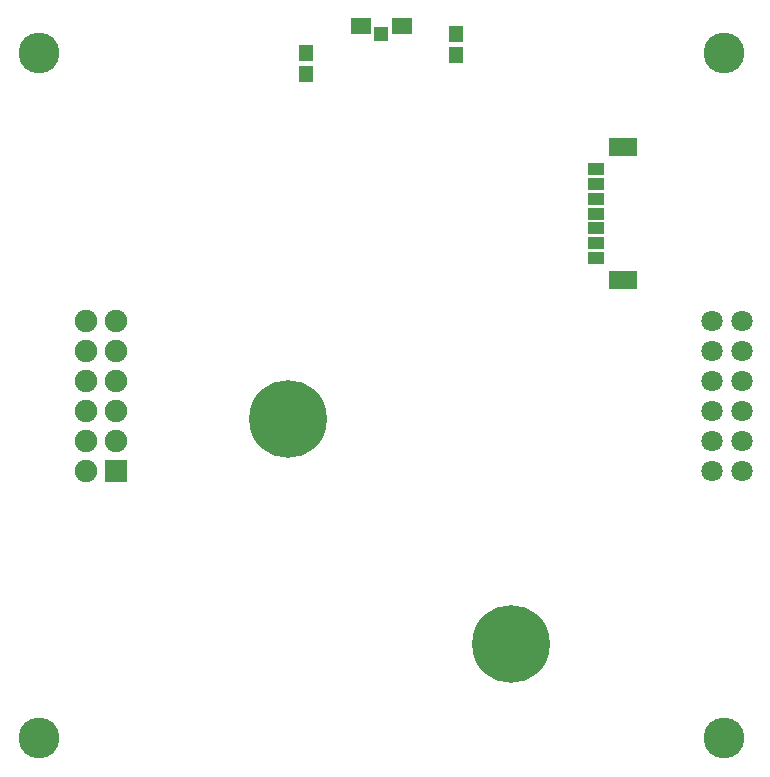
<source format=gbr>
G04 DesignSpark PCB PRO Gerber Version 10.0 Build 5299*
G04 #@! TF.Part,Single*
G04 #@! TF.FileFunction,Soldermask,Top*
G04 #@! TF.FilePolarity,Negative*
%FSLAX35Y35*%
%MOIN*%
G04 #@! TA.AperFunction,SMDPad,CuDef*
%ADD98R,0.04937X0.05291*%
%ADD97R,0.04543X0.04543*%
G04 #@! TA.AperFunction,ComponentPad*
%ADD93R,0.07496X0.07496*%
%ADD92C,0.07102*%
%ADD94C,0.07496*%
G04 #@! TA.AperFunction,SMDPad,CuDef*
%ADD141R,0.05724X0.04150*%
G04 #@! TA.AperFunction,WasherPad*
%ADD91C,0.13598*%
G04 #@! TA.AperFunction,SMDPad,CuDef*
%ADD96R,0.06906X0.05331*%
%ADD142R,0.09465X0.06118*%
G04 #@! TA.AperFunction,ComponentPad*
%ADD143C,0.25921*%
G04 #@! TD.AperFunction*
X0Y0D02*
D02*
D91*
X27953Y24016D03*
Y252362D03*
X256299Y24016D03*
Y252362D03*
D02*
D92*
X252205Y113189D03*
Y123189D03*
Y133189D03*
Y143189D03*
Y153189D03*
Y163189D03*
X262205Y113189D03*
Y123189D03*
Y133189D03*
Y143189D03*
Y153189D03*
Y163189D03*
D02*
D93*
X53543Y113189D03*
D02*
D94*
X43543D03*
Y123189D03*
Y133189D03*
Y143189D03*
Y153189D03*
Y163189D03*
X53543Y123189D03*
Y133189D03*
Y143189D03*
Y153189D03*
Y163189D03*
D02*
D96*
X135236Y261220D03*
X149016D03*
D02*
D97*
X142126Y258661D03*
D02*
D98*
X116929Y245319D03*
Y252319D03*
X166929Y251618D03*
Y258618D03*
D02*
D141*
X213780Y184055D03*
Y188976D03*
Y193898D03*
Y198819D03*
Y203740D03*
Y208661D03*
Y213583D03*
D02*
D142*
X222815Y176575D03*
Y221063D03*
D02*
D143*
X111024Y130315D03*
X185433Y55512D03*
X0Y0D02*
M02*

</source>
